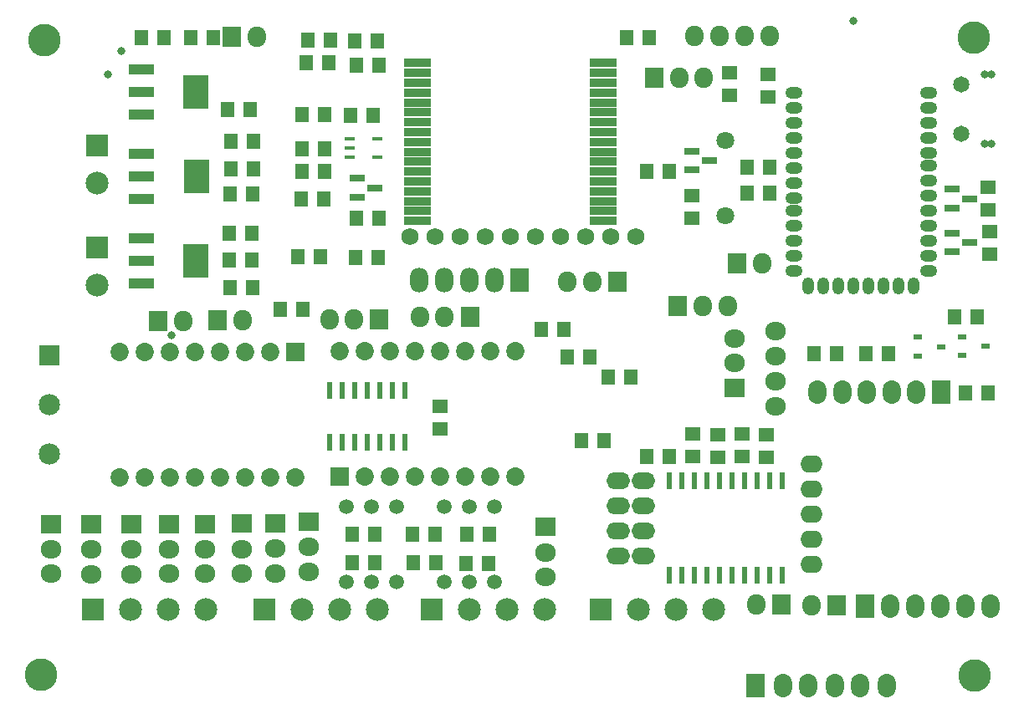
<source format=gbs>
G04*
G04 #@! TF.GenerationSoftware,Altium Limited,Altium Designer,18.1.6 (161)*
G04*
G04 Layer_Color=16711935*
%FSTAX24Y24*%
%MOIN*%
G70*
G01*
G75*
%ADD46R,0.0580X0.0630*%
%ADD49R,0.0630X0.0580*%
%ADD50O,0.0880X0.0680*%
%ADD56O,0.0480X0.0680*%
%ADD57O,0.0680X0.0480*%
%ADD59R,0.1040X0.1320*%
%ADD60R,0.1040X0.0410*%
%ADD61C,0.0907*%
%ADD62R,0.0907X0.0907*%
%ADD63C,0.0650*%
%ADD64C,0.0320*%
%ADD65R,0.0907X0.0907*%
%ADD66O,0.0830X0.0730*%
%ADD67R,0.0830X0.0730*%
%ADD68O,0.0730X0.0830*%
%ADD69R,0.0730X0.0830*%
%ADD70C,0.1300*%
%ADD71C,0.0730*%
%ADD72R,0.0730X0.0730*%
%ADD73C,0.0680*%
%ADD74O,0.0940X0.0680*%
%ADD75C,0.0592*%
%ADD76C,0.0709*%
%ADD77O,0.0730X0.0980*%
%ADD78R,0.0730X0.0980*%
%ADD79O,0.0730X0.0930*%
%ADD80R,0.0730X0.0930*%
%ADD81O,0.0730X0.0930*%
%ADD82R,0.0730X0.0930*%
%ADD83C,0.0848*%
%ADD84R,0.0848X0.0848*%
%ADD85C,0.0316*%
%ADD117R,0.0340X0.0220*%
%ADD118R,0.0445X0.0170*%
%ADD120R,0.0210X0.0710*%
%ADD121R,0.0210X0.0670*%
%ADD123R,0.0600X0.0300*%
%ADD124R,0.1080X0.0336*%
D46*
X01382Y03435D02*
D03*
X01292D02*
D03*
X01733Y02657D02*
D03*
X01643D02*
D03*
X01934Y02353D02*
D03*
X01844D02*
D03*
X01642Y02549D02*
D03*
X01732D02*
D03*
X04666Y0202D02*
D03*
X04576D02*
D03*
X03241Y02083D02*
D03*
X03151D02*
D03*
X03305Y02903D02*
D03*
X03395D02*
D03*
X02142Y03424D02*
D03*
X02232D02*
D03*
X01955Y03426D02*
D03*
X02045D02*
D03*
X02039Y03335D02*
D03*
X01949D02*
D03*
X0299Y02162D02*
D03*
X0308D02*
D03*
X03305Y01767D02*
D03*
X03395D02*
D03*
X01645Y0244D02*
D03*
X01735D02*
D03*
X02023Y02903D02*
D03*
X01933D02*
D03*
X02236Y02561D02*
D03*
X02146D02*
D03*
X01647Y02814D02*
D03*
X01737D02*
D03*
X01724Y03149D02*
D03*
X01634D02*
D03*
X01488Y03436D02*
D03*
X01578D02*
D03*
X01932Y02992D02*
D03*
X02022D02*
D03*
X02149Y02716D02*
D03*
X02239D02*
D03*
X02004Y02564D02*
D03*
X01914D02*
D03*
X01932Y03131D02*
D03*
X02022D02*
D03*
X02884Y02273D02*
D03*
X02974D02*
D03*
X0193Y02794D02*
D03*
X0202D02*
D03*
X03047Y0183D02*
D03*
X03137D02*
D03*
X02126Y03127D02*
D03*
X02216D02*
D03*
X03316Y03435D02*
D03*
X03226D02*
D03*
X04531Y02323D02*
D03*
X04621D02*
D03*
X03796Y02817D02*
D03*
X03706D02*
D03*
X03796Y02921D02*
D03*
X03706D02*
D03*
X01739Y03023D02*
D03*
X01649D02*
D03*
X02238Y03327D02*
D03*
X02148D02*
D03*
X01738Y02913D02*
D03*
X01648D02*
D03*
X02222Y01342D02*
D03*
X02132D02*
D03*
X026782Y014567D02*
D03*
X025882D02*
D03*
X02675Y0134D02*
D03*
X02585D02*
D03*
X02465Y01344D02*
D03*
X02375D02*
D03*
X02463Y01457D02*
D03*
X02373D02*
D03*
X02221Y01458D02*
D03*
X02131D02*
D03*
X04061Y02178D02*
D03*
X03971D02*
D03*
X04179Y02177D02*
D03*
X04269D02*
D03*
D49*
X03634Y03205D02*
D03*
Y03295D02*
D03*
X03588Y01854D02*
D03*
Y01764D02*
D03*
X03684Y01856D02*
D03*
Y01766D02*
D03*
X03783Y01854D02*
D03*
Y01764D02*
D03*
X04667Y02841D02*
D03*
Y02751D02*
D03*
X04671Y02662D02*
D03*
Y02572D02*
D03*
X02481Y01877D02*
D03*
Y01967D02*
D03*
X03484Y02807D02*
D03*
Y02717D02*
D03*
X03489Y01766D02*
D03*
Y01856D02*
D03*
X0379Y03201D02*
D03*
Y03291D02*
D03*
D50*
X03962Y01735D02*
D03*
Y01635D02*
D03*
Y01535D02*
D03*
Y01435D02*
D03*
Y01335D02*
D03*
D56*
X04368Y024449D02*
D03*
X04308D02*
D03*
X04248D02*
D03*
X04188D02*
D03*
X04128D02*
D03*
X04068D02*
D03*
X04008D02*
D03*
X03948D02*
D03*
D57*
X04428Y025049D02*
D03*
Y025649D02*
D03*
Y026249D02*
D03*
Y026849D02*
D03*
Y027449D02*
D03*
Y028049D02*
D03*
Y028649D02*
D03*
Y029249D02*
D03*
Y029749D02*
D03*
Y030349D02*
D03*
Y030949D02*
D03*
Y031549D02*
D03*
Y032149D02*
D03*
X03893Y025049D02*
D03*
Y025649D02*
D03*
Y026249D02*
D03*
Y026849D02*
D03*
Y027449D02*
D03*
Y027949D02*
D03*
Y028549D02*
D03*
Y029149D02*
D03*
Y029749D02*
D03*
Y030349D02*
D03*
Y030949D02*
D03*
Y031549D02*
D03*
Y032149D02*
D03*
D59*
X015075Y02545D02*
D03*
X015105Y02883D02*
D03*
X015095Y03219D02*
D03*
D60*
X012905Y024548D02*
D03*
Y02545D02*
D03*
Y026352D02*
D03*
X012935Y027928D02*
D03*
Y02883D02*
D03*
Y029732D02*
D03*
X012925Y031288D02*
D03*
Y03219D02*
D03*
Y033092D02*
D03*
D61*
X01114Y02449D02*
D03*
X032722Y011575D02*
D03*
X034222D02*
D03*
X035722D02*
D03*
X0155Y01158D02*
D03*
X014D02*
D03*
X0125D02*
D03*
X022337Y011575D02*
D03*
X020837D02*
D03*
X019337D02*
D03*
X028992D02*
D03*
X027492D02*
D03*
X025992D02*
D03*
X011169Y02856D02*
D03*
D62*
X01114Y02599D02*
D03*
X011169Y03006D02*
D03*
D63*
X045577Y032502D02*
D03*
Y030533D02*
D03*
D64*
X046775Y032896D02*
D03*
X046505D02*
D03*
X046775Y03014D02*
D03*
X046505D02*
D03*
D65*
X031222Y011575D02*
D03*
X011Y01158D02*
D03*
X017837Y011575D02*
D03*
X024492D02*
D03*
D66*
X02903Y01286D02*
D03*
Y01384D02*
D03*
X0382Y01966D02*
D03*
Y02067D02*
D03*
Y02165D02*
D03*
Y02266D02*
D03*
X01692Y01398D02*
D03*
Y013D02*
D03*
X01547Y01397D02*
D03*
Y01299D02*
D03*
X0196Y01406D02*
D03*
Y01308D02*
D03*
X01827Y01399D02*
D03*
Y01301D02*
D03*
X01093Y01396D02*
D03*
Y01298D02*
D03*
X00932Y01397D02*
D03*
Y01299D02*
D03*
X01402Y01397D02*
D03*
Y01299D02*
D03*
X01252Y01396D02*
D03*
Y01298D02*
D03*
X03656Y0214D02*
D03*
Y02238D02*
D03*
D67*
X02903Y01485D02*
D03*
X01692Y01499D02*
D03*
X01547Y01498D02*
D03*
X0196Y01507D02*
D03*
X01827Y015D02*
D03*
X01093Y01497D02*
D03*
X00932Y01498D02*
D03*
X01402D02*
D03*
X01252Y01497D02*
D03*
X03656Y02039D02*
D03*
D68*
X01695Y0231D02*
D03*
X01752Y03441D02*
D03*
X03795Y03442D02*
D03*
X03694D02*
D03*
X03596D02*
D03*
X03495D02*
D03*
X03767Y02537D02*
D03*
X03741Y01175D02*
D03*
X03962Y01172D02*
D03*
X03435Y03275D02*
D03*
X03533D02*
D03*
X0353Y02368D02*
D03*
X03628D02*
D03*
X01459Y02308D02*
D03*
X02139Y02312D02*
D03*
X02041D02*
D03*
X025Y02322D02*
D03*
X02402D02*
D03*
X0299Y02462D02*
D03*
X03088D02*
D03*
D69*
X01594Y0231D02*
D03*
X01651Y03441D02*
D03*
X03666Y02537D02*
D03*
X03842Y01175D02*
D03*
X04063Y01172D02*
D03*
X03334Y03275D02*
D03*
X03429Y02368D02*
D03*
X01358Y02308D02*
D03*
X0224Y02312D02*
D03*
X02601Y02322D02*
D03*
X03189Y02462D02*
D03*
D70*
X00906Y03427D02*
D03*
X0461Y03436D02*
D03*
X04612Y00894D02*
D03*
X00891Y00897D02*
D03*
D71*
X02783Y02188D02*
D03*
X02683D02*
D03*
X02583D02*
D03*
X02483D02*
D03*
X02083D02*
D03*
X02183D02*
D03*
X02283D02*
D03*
X02183Y01688D02*
D03*
X02283D02*
D03*
X02783D02*
D03*
X02683D02*
D03*
X02583D02*
D03*
X02483D02*
D03*
X02383Y02188D02*
D03*
Y01688D02*
D03*
X01207Y01683D02*
D03*
X01307D02*
D03*
X01407D02*
D03*
X01507D02*
D03*
X01907D02*
D03*
X01807D02*
D03*
X01707D02*
D03*
X01807Y02183D02*
D03*
X01707D02*
D03*
X01207D02*
D03*
X01307D02*
D03*
X01407D02*
D03*
X01507D02*
D03*
X01607Y01683D02*
D03*
Y02183D02*
D03*
D72*
X02083Y01688D02*
D03*
X01907Y02183D02*
D03*
D73*
X02362Y02642D02*
D03*
X02462D02*
D03*
X02562D02*
D03*
X02662D02*
D03*
X02762D02*
D03*
X02862D02*
D03*
X02962D02*
D03*
X03062D02*
D03*
X03162D02*
D03*
X03262D02*
D03*
D74*
X03193Y0147D02*
D03*
Y0137D02*
D03*
X03293Y0167D02*
D03*
Y0157D02*
D03*
Y0147D02*
D03*
Y0137D02*
D03*
X03193Y0157D02*
D03*
Y0167D02*
D03*
D75*
X024995Y012673D02*
D03*
X025995D02*
D03*
X026995D02*
D03*
Y015673D02*
D03*
X025995D02*
D03*
X024995D02*
D03*
X021095Y012673D02*
D03*
X022095D02*
D03*
X023095D02*
D03*
Y015673D02*
D03*
X022095D02*
D03*
X021095D02*
D03*
D76*
X03619Y030262D02*
D03*
Y02727D02*
D03*
D77*
X02398Y02469D02*
D03*
X02698D02*
D03*
X02598D02*
D03*
X02498D02*
D03*
D78*
X02798D02*
D03*
D79*
X04577Y01169D02*
D03*
X04277D02*
D03*
X04377D02*
D03*
X04477D02*
D03*
X04677D02*
D03*
D80*
X04177D02*
D03*
D81*
X039857Y02022D02*
D03*
X040841D02*
D03*
X041826D02*
D03*
X04281D02*
D03*
X043794D02*
D03*
X03849Y00854D02*
D03*
X03949D02*
D03*
X04054D02*
D03*
X04156D02*
D03*
X04262D02*
D03*
D82*
X044778Y02022D02*
D03*
X03739Y00854D02*
D03*
D83*
X00927Y019728D02*
D03*
Y01776D02*
D03*
D84*
Y021697D02*
D03*
D85*
X012125Y03383D02*
D03*
X01159Y032905D02*
D03*
X014115Y022513D02*
D03*
X04128Y03503D02*
D03*
D117*
X04385Y021665D02*
D03*
Y022415D02*
D03*
X04479Y02204D02*
D03*
X04562Y021695D02*
D03*
Y022445D02*
D03*
X04656Y02207D02*
D03*
D118*
X021212Y029596D02*
D03*
Y02997D02*
D03*
Y030344D02*
D03*
X022308D02*
D03*
Y029596D02*
D03*
D120*
X03395Y01294D02*
D03*
X03445D02*
D03*
X03495D02*
D03*
X03545D02*
D03*
X03595D02*
D03*
X03645D02*
D03*
X03695D02*
D03*
X03745D02*
D03*
X03795D02*
D03*
X03845D02*
D03*
Y0167D02*
D03*
X03795D02*
D03*
X03745D02*
D03*
X03695D02*
D03*
X03645D02*
D03*
X03595D02*
D03*
X03545D02*
D03*
X03495D02*
D03*
X03445D02*
D03*
X03395D02*
D03*
D121*
X02041Y020295D02*
D03*
X02091D02*
D03*
X02141D02*
D03*
X02191D02*
D03*
X02241D02*
D03*
X02291D02*
D03*
X02341D02*
D03*
Y018245D02*
D03*
X02291D02*
D03*
X02241D02*
D03*
X02191D02*
D03*
X02141D02*
D03*
X02091D02*
D03*
X02041D02*
D03*
D123*
X045228Y025815D02*
D03*
Y026565D02*
D03*
X045934Y02619D02*
D03*
X045218Y027565D02*
D03*
Y028315D02*
D03*
X045924Y02794D02*
D03*
X034858Y029085D02*
D03*
Y029835D02*
D03*
X035564Y02946D02*
D03*
X02151Y028D02*
D03*
Y02875D02*
D03*
X022216Y028375D02*
D03*
D124*
X031337Y033354D02*
D03*
Y032961D02*
D03*
Y032567D02*
D03*
Y032173D02*
D03*
Y03178D02*
D03*
Y031386D02*
D03*
Y030992D02*
D03*
Y030598D02*
D03*
Y030205D02*
D03*
Y029811D02*
D03*
Y029417D02*
D03*
Y029024D02*
D03*
Y02863D02*
D03*
Y028236D02*
D03*
Y027843D02*
D03*
Y027449D02*
D03*
Y027055D02*
D03*
X02392D02*
D03*
Y027449D02*
D03*
Y027843D02*
D03*
Y028236D02*
D03*
Y02863D02*
D03*
Y029024D02*
D03*
Y029417D02*
D03*
Y029811D02*
D03*
Y030205D02*
D03*
Y030598D02*
D03*
Y030992D02*
D03*
Y031386D02*
D03*
Y03178D02*
D03*
Y032173D02*
D03*
Y032567D02*
D03*
Y032961D02*
D03*
Y033354D02*
D03*
M02*

</source>
